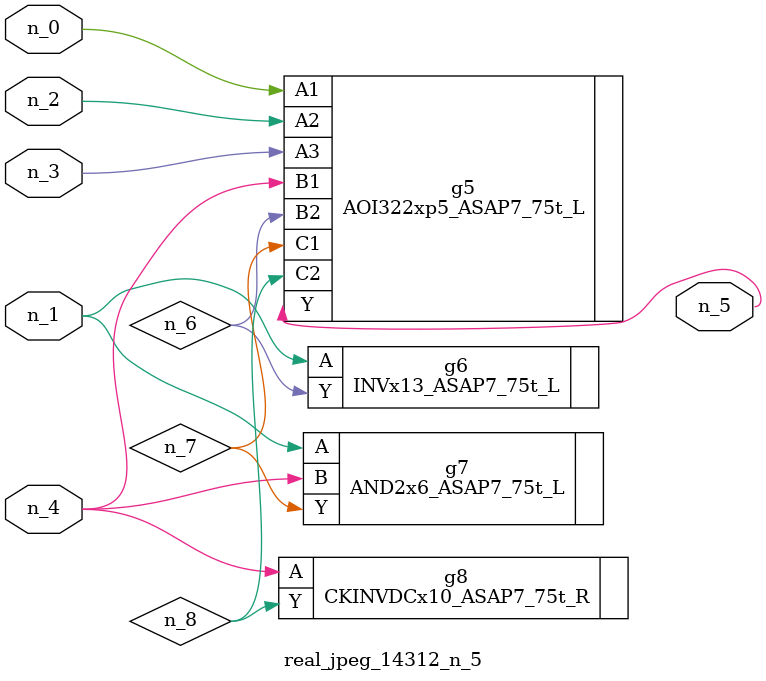
<source format=v>
module real_jpeg_14312_n_5 (n_4, n_0, n_1, n_2, n_3, n_5);

input n_4;
input n_0;
input n_1;
input n_2;
input n_3;

output n_5;

wire n_8;
wire n_6;
wire n_7;

AOI322xp5_ASAP7_75t_L g5 ( 
.A1(n_0),
.A2(n_2),
.A3(n_3),
.B1(n_4),
.B2(n_6),
.C1(n_7),
.C2(n_8),
.Y(n_5)
);

INVx13_ASAP7_75t_L g6 ( 
.A(n_1),
.Y(n_6)
);

AND2x6_ASAP7_75t_L g7 ( 
.A(n_1),
.B(n_4),
.Y(n_7)
);

CKINVDCx10_ASAP7_75t_R g8 ( 
.A(n_4),
.Y(n_8)
);


endmodule
</source>
